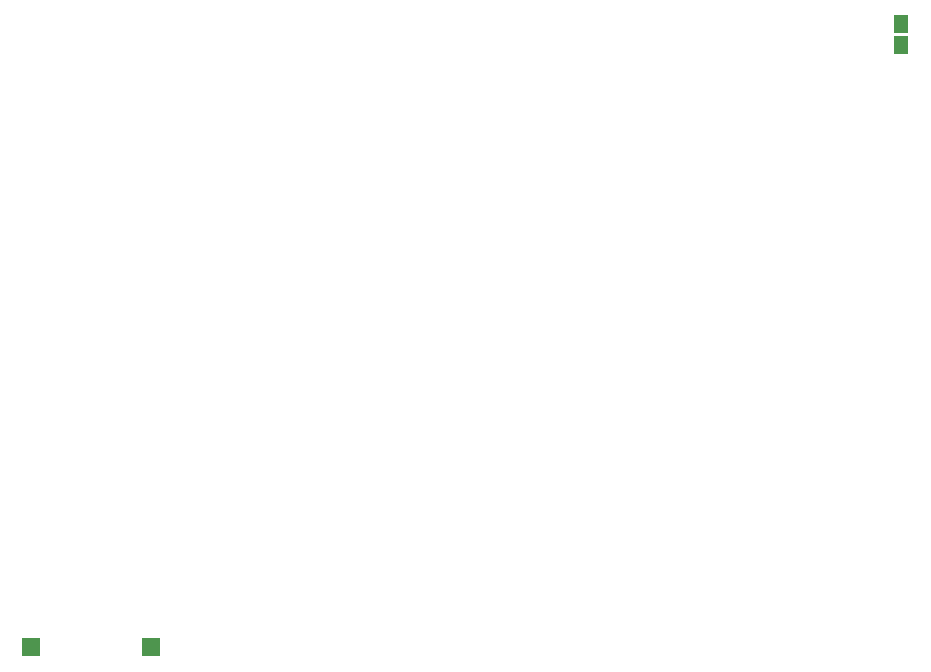
<source format=gbp>
%FSLAX25Y25*%
%MOIN*%
G70*
G01*
G75*
G04 Layer_Color=128*
%ADD10R,0.04725X0.13779*%
%ADD11R,0.04725X0.13779*%
%ADD12R,0.06000X0.10000*%
%ADD13R,0.03500X0.03000*%
%ADD14R,0.05500X0.04000*%
%ADD15R,0.04000X0.05500*%
%ADD16R,0.06000X0.06000*%
%ADD17R,0.02756X0.05315*%
%ADD18R,0.02756X0.07087*%
G04:AMPARAMS|DCode=19|XSize=74.8mil|YSize=129.92mil|CornerRadius=0mil|HoleSize=0mil|Usage=FLASHONLY|Rotation=0.000|XOffset=0mil|YOffset=0mil|HoleType=Round|Shape=Octagon|*
%AMOCTAGOND19*
4,1,8,-0.01870,0.06496,0.01870,0.06496,0.03740,0.04626,0.03740,-0.04626,0.01870,-0.06496,-0.01870,-0.06496,-0.03740,-0.04626,-0.03740,0.04626,-0.01870,0.06496,0.0*
%
%ADD19OCTAGOND19*%

%ADD20R,0.01496X0.07874*%
%ADD21R,0.01496X0.07874*%
%ADD22O,0.06000X0.11024*%
%ADD23R,0.06000X0.11024*%
%ADD24R,0.17716X0.07874*%
%ADD25R,0.03000X0.03500*%
%ADD26R,0.10000X0.06000*%
%ADD27R,0.07500X0.10000*%
%ADD28C,0.04000*%
%ADD29C,0.01200*%
%ADD30C,0.02500*%
%ADD31C,0.02000*%
%ADD32C,0.01500*%
%ADD33C,0.05000*%
%ADD34C,0.03000*%
%ADD35C,0.08000*%
%ADD36C,0.05906*%
%ADD37R,0.05906X0.05906*%
%ADD38R,0.10236X0.10236*%
%ADD39C,0.10236*%
%ADD40R,0.05906X0.05906*%
%ADD41O,0.07874X0.15748*%
%ADD42O,0.15748X0.07874*%
%ADD43O,0.16535X0.07874*%
%ADD44C,0.06000*%
%ADD45R,0.05906X0.05906*%
%ADD46R,0.09449X0.09449*%
%ADD47C,0.09449*%
%ADD48C,0.06500*%
%ADD49C,0.02000*%
%ADD50R,0.05000X0.06000*%
%ADD51C,0.00100*%
%ADD52C,0.01000*%
%ADD53C,0.00800*%
%ADD54C,0.01600*%
%ADD55C,0.00787*%
%ADD56C,0.00600*%
%ADD57R,0.00400X0.05000*%
%ADD58R,0.05000X0.00400*%
%ADD59R,0.05525X0.14579*%
%ADD60R,0.05525X0.14579*%
%ADD61R,0.06800X0.10800*%
%ADD62R,0.04300X0.03800*%
%ADD63R,0.06300X0.04800*%
%ADD64R,0.04800X0.06300*%
%ADD65R,0.06800X0.06800*%
%ADD66R,0.03556X0.06115*%
%ADD67R,0.03556X0.07887*%
G04:AMPARAMS|DCode=68|XSize=82.8mil|YSize=137.92mil|CornerRadius=0mil|HoleSize=0mil|Usage=FLASHONLY|Rotation=0.000|XOffset=0mil|YOffset=0mil|HoleType=Round|Shape=Octagon|*
%AMOCTAGOND68*
4,1,8,-0.02070,0.06896,0.02070,0.06896,0.04140,0.04826,0.04140,-0.04826,0.02070,-0.06896,-0.02070,-0.06896,-0.04140,-0.04826,-0.04140,0.04826,-0.02070,0.06896,0.0*
%
%ADD68OCTAGOND68*%

%ADD69R,0.02296X0.08674*%
%ADD70R,0.02296X0.08674*%
%ADD71O,0.06800X0.11824*%
%ADD72R,0.06800X0.11824*%
%ADD73R,0.18517X0.08674*%
%ADD74R,0.03800X0.04300*%
%ADD75R,0.10800X0.06800*%
%ADD76R,0.08300X0.10800*%
%ADD77C,0.08800*%
%ADD78C,0.06706*%
%ADD79R,0.06706X0.06706*%
%ADD80R,0.11036X0.11036*%
%ADD81C,0.11036*%
%ADD82R,0.06706X0.06706*%
%ADD83O,0.08674X0.16548*%
%ADD84O,0.16548X0.08674*%
%ADD85O,0.17335X0.08674*%
%ADD86C,0.06800*%
%ADD87R,0.06706X0.06706*%
%ADD88R,0.10249X0.10249*%
%ADD89C,0.10249*%
%ADD90C,0.07300*%
%ADD91C,0.02800*%
%ADD92R,0.05800X0.06800*%
D16*
X135000Y-296000D02*
D03*
X175000D02*
D03*
D50*
X425000Y-95500D02*
D03*
Y-88500D02*
D03*
M02*

</source>
